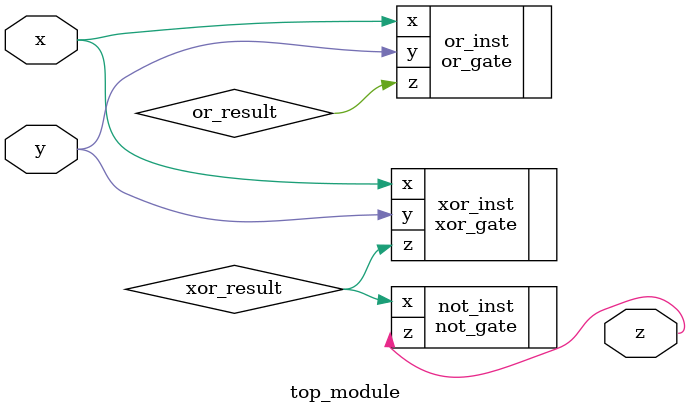
<source format=sv>
module top_module(
	input x,
	input y,
	output z);

	// internal wires
	wire xor_result, or_result;
	
	// instantiating xor gate
	xor_gate xor_inst (.x(x), .y(y), .z(xor_result));
	
	// instantiating or gate
	or_gate or_inst (.x(x), .y(y), .z(or_result));
	
	// instantiating not gate
	not_gate not_inst (.x(xor_result), .z(z));
	
endmodule

</source>
